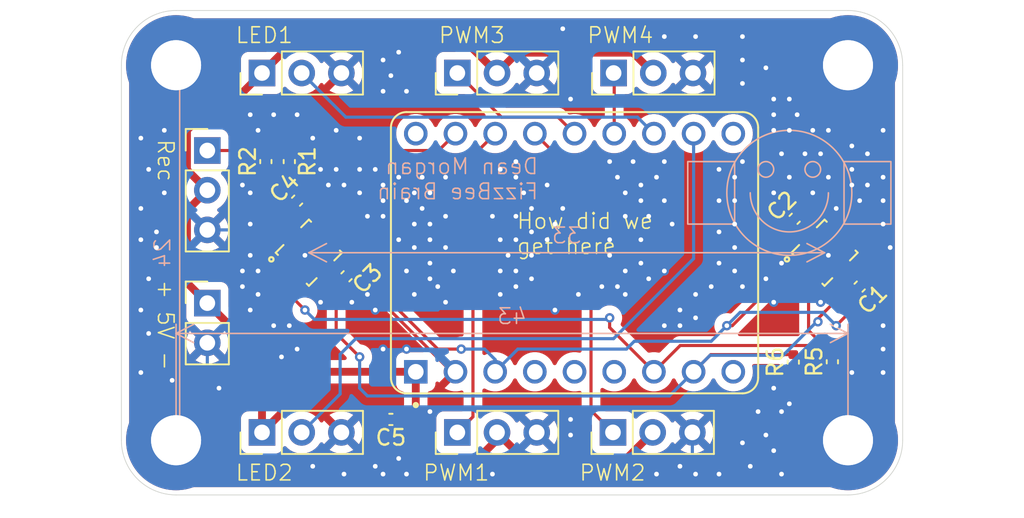
<source format=kicad_pcb>
(kicad_pcb (version 20241229) (generator "pcbnew") (generator_version "9.0")
  (layers (0 "F.Cu" signal) (2 "B.Cu" signal) (13 "F.Paste" user) (15 "B.Paste" user) (5 "F.SilkS" user "F.Silkscreen") (7 "B.SilkS" user "B.Silkscreen") (1 "F.Mask" user) (3 "B.Mask" user) (25 "Edge.Cuts" user))
  (net 0 "")
  (net 1 "GND")
  (net 2 "+3V3")
  (net 3 "SCL")
  (net 4 "SDA")
  (net 5 "PWM4")
  (net 7 "PWM3")
  (net 8 "PWM2")
  (net 11 "+5V")
  (net 13 "reciver")
  (net 14 "PWM1")
  (net 15 "LED1")
  (net 17 "LED2")
  (net 27 "reciverIn")
  (footprint "Capacitor_SMD:C_0402_1005Metric" (layer "F.Cu") (at 127.5 91.5 45)
    (property "Reference" "C4")
    (property "Value" "100nF")
  )
  (footprint "" (layer "F.Cu") (at 162.753446 82.83234)
    (property "Reference" "")
    (property "Value" "")
  )
  (footprint "MountingHole:MountingHole_3.2mm_M3" (layer "F.Cu") (at 119.753446 82.83234)
    (property "Reference" "REF**" (hide yes))
    (property "Value" "MountingHole_3.2mm_M3")
  )
  (footprint "" (layer "F.Cu") (at 162.753446 106.83234)
    (property "Reference" "")
    (property "Value" "")
  )
  (footprint "MountingHole:MountingHole_3.2mm_M3_Pad" (layer "F.Cu") (at 119.753446 82.83234)
    (property "Reference" "REF**" (hide yes))
    (property "Value" "MountingHole_3.2mm_M3_Pad")
  )
  (footprint "Connector_PinHeader_2.54mm:PinHeader_1x03_P2.54mm_Vertical" (layer "F.Cu") (at 125.253446 106.33234 90)
    (property "Reference" "J7" (hide yes))
    (property "Value" "Conn_01x03")
  )
  (footprint "Capacitor_SMD:C_0402_1005Metric" (layer "F.Cu") (at 161.753446 101.81234 90)
    (property "Reference" "R5")
    (property "Value" "10k")
  )
  (footprint "" (layer "F.Cu") (at 119.753446 106.83234)
    (property "Reference" "")
    (property "Value" "")
  )
  (footprint "Connector_PinHeader_2.54mm:PinHeader_1x03_P2.54mm_Vertical" (layer "F.Cu") (at 137.753446 83.33234 90)
    (property "Reference" "J4" (hide yes))
    (property "Value" "Conn_01x03")
  )
  (footprint "H3LIS331DL:QFN300X300X100-16N" (layer "F.Cu") (at 161.253446 94.83234 45)
    (property "Reference" "U2" (hide yes))
    (property "Value" "~")
  )
  (footprint "MountingHole:MountingHole_3.2mm_M3_Pad" (layer "F.Cu") (at 162.753446 106.83234)
    (property "Reference" "REF**" (hide yes))
    (property "Value" "MountingHole_3.2mm_M3_Pad")
  )
  (footprint "Connector_PinHeader_2.54mm:PinHeader_1x02_P2.54mm_Vertical" (layer "F.Cu") (at 121.753446 98.05734)
    (property "Reference" "J1" (hide yes))
    (property "Value" "Conn_01x02_Pin")
  )
  (footprint "Capacitor_SMD:C_0402_1005Metric" (layer "F.Cu") (at 133.5 105.5 180)
    (property "Reference" "C5")
    (property "Value" "100nF")
  )
  (footprint "Connector_PinHeader_2.54mm:PinHeader_1x03_P2.54mm_Vertical" (layer "F.Cu") (at 125.253446 83.33234 90)
    (property "Reference" "J6" (hide yes))
    (property "Value" "Conn_01x03")
  )
  (footprint "Capacitor_SMD:C_0402_1005Metric" (layer "F.Cu") (at 159.253446 101.83234 90)
    (property "Reference" "R6")
    (property "Value" "10k")
  )
  (footprint "Connector_PinHeader_2.54mm:PinHeader_1x03_P2.54mm_Vertical" (layer "F.Cu") (at 147.753446 83.33234 90)
    (property "Reference" "J5" (hide yes))
    (property "Value" "Conn_01x03")
  )
  (footprint "Connector_PinHeader_2.54mm:PinHeader_1x03_P2.54mm_Vertical" (layer "F.Cu") (at 147.713446 106.33234 90)
    (property "Reference" "J3" (hide yes))
    (property "Value" "Conn_01x03")
  )
  (footprint "H3LIS331DL:QFN300X300X100-16N" (layer "F.Cu") (at 128.253446 94.83234 45)
    (property "Reference" "U3" (hide yes))
    (property "Value" "~")
  )
  (footprint "Capacitor_SMD:C_0402_1005Metric" (layer "F.Cu") (at 130.660589 96.339411 45)
    (property "Reference" "C3")
    (property "Value" "100nF")
  )
  (footprint "MountingHole:MountingHole_3.2mm_M3_Pad" (layer "F.Cu") (at 162.753446 82.83234)
    (property "Reference" "REF**" (hide yes))
    (property "Value" "MountingHole_3.2mm_M3_Pad")
  )
  (footprint "MountingHole:MountingHole_3.2mm_M3_Pad" (layer "F.Cu") (at 119.753446 106.83234)
    (property "Reference" "REF**" (hide yes))
    (property "Value" "MountingHole_3.2mm_M3_Pad")
  )
  (footprint "Capacitor_SMD:C_0402_1005Metric" (layer "F.Cu") (at 159.339411 92.660589 45)
    (property "Reference" "C2")
    (property "Value" "100nF")
  )
  (footprint "Connector_PinHeader_2.54mm:PinHeader_1x03_P2.54mm_Vertical" (layer "F.Cu") (at 121.753446 88.29234)
    (property "Reference" "J8" (hide yes))
    (property "Value" "Conn_01x03")
  )
  (footprint "Capacitor_SMD:C_0402_1005Metric" (layer "F.Cu") (at 127 89 -90)
    (property "Reference" "R1")
    (property "Value" "2k")
  )
  (footprint "Connector_PinHeader_2.54mm:PinHeader_1x03_P2.54mm_Vertical" (layer "F.Cu") (at 137.753446 106.33234 90)
    (property "Reference" "J2" (hide yes))
    (property "Value" "Conn_01x03")
  )
  (footprint "Capacitor_SMD:C_0402_1005Metric" (layer "F.Cu") (at 125.5 89 90)
    (property "Reference" "R2")
    (property "Value" "1k")
  )
  (footprint "ESP32-S3-ZERO:MODULE_ESP32-S3-ZERO" (layer "F.Cu") (at 145.253446 94.83234 90)
    (property "Reference" "U1" (hide yes))
    (property "Value" "ESP32-S3-ZERO")
  )
  (footprint "Capacitor_SMD:C_0402_1005Metric" (layer "F.Cu") (at 163.5 97 -135)
    (property "Reference" "C1")
    (property "Value" "100nF")
  )
  (gr_circle (center 157.5 89.5) (end 157.5 89) (stroke (width 0.1)) (fill no) (layer "B.SilkS"))
  (gr_arc (start 161.5 91) (mid 159 93.5) (end 156.5 91) (stroke (width 0.1)) (layer "B.SilkS"))
  (gr_circle (center 159 91) (end 159 87) (stroke (width 0.1)) (fill no) (layer "B.SilkS"))
  (gr_rect (start 162.5 89) (end 165.5 93) (stroke (width 0.1)) (fill no) (layer "B.SilkS"))
  (gr_circle (center 160.5 89.5) (end 160.5 89) (stroke (width 0.1)) (fill no) (layer "B.SilkS"))
  (gr_rect (start 152.5 89) (end 155.5 93) (stroke (width 0.1)) (fill no) (layer "B.SilkS"))
  (gr_line (start 162.753446 110.33234) (end 119.753446 110.33234) (stroke (width 0.05)) (layer "Edge.Cuts"))
  (gr_arc (start 119.753446 110.33234) (mid 117.278572 109.307214) (end 116.253446 106.83234) (stroke (width 0.05)) (layer "Edge.Cuts"))
  (gr_line (start 119.753446 79.33234) (end 162.753446 79.33234) (stroke (width 0.05)) (layer "Edge.Cuts"))
  (gr_arc (start 162.753446 79.33234) (mid 165.22832 80.357466) (end 166.253446 82.83234) (stroke (width 0.05)) (layer "Edge.Cuts"))
  (gr_line (start 116.253446 106.83234) (end 116.253446 82.83234) (stroke (width 0.05)) (layer "Edge.Cuts"))
  (gr_line (start 166.253446 82.83234) (end 166.253446 106.83234) (stroke (width 0.05)) (layer "Edge.Cuts"))
  (gr_arc (start 116.253446 82.83234) (mid 117.278572 80.357466) (end 119.753446 79.33234) (stroke (width 0.05)) (layer "Edge.Cuts"))
  (gr_arc (start 166.253446 106.83234) (mid 165.22832 109.307214) (end 162.753446 110.33234) (stroke (width 0.05)) (layer "Edge.Cuts"))
  (gr_text "PWM2" (at 145.5 109.5 0) (layer "F.SilkS") (effects (font (size 1 1) (thickness 0.1)) (justify left bottom)))
  (gr_text "How did we \nget here" (at 141.5 95 0) (layer "F.SilkS") (effects (font (size 1 1) (thickness 0.1)) (justify left bottom)))
  (gr_text "+ 5V -" (at 118.5 96.5 270) (layer "F.SilkS") (effects (font (size 1 1) (thickness 0.1)) (justify left bottom)))
  (gr_text "LED1" (at 123.5 81.5 0) (layer "F.SilkS") (effects (font (size 1 1) (thickness 0.1)) (justify left bottom)))
  (gr_text "PWM1" (at 135.5 109.5 0) (layer "F.SilkS") (effects (font (size 1 1) (thickness 0.1)) (justify left bottom)))
  (gr_text "LED2" (at 123.5 109.5 0) (layer "F.SilkS") (effects (font (size 1 1) (thickness 0.1)) (justify left bottom)))
  (gr_text "PWM4" (at 146 81.5 0) (layer "F.SilkS") (effects (font (size 1 1) (thickness 0.1)) (justify left bottom)))
  (gr_text "Rec" (at 118.5 87.5 270) (layer "F.SilkS") (effects (font (size 1 1) (thickness 0.1)) (justify left bottom)))
  (gr_text "PWM3" (at 136.5 81.5 0) (layer "F.SilkS") (effects (font (size 1 1) (thickness 0.1)) (justify left bottom)))
  (gr_text "Dean Morgan\nFizzBee Brain" (at 143 91.5 0) (layer "B.SilkS") (effects (font (size 1 1) (thickness 0.1)) (justify left bottom mirror)))
  (dimension (type orthogonal) (layer "B.SilkS") (pts (xy 128.253446 94.83234) (xy 161.253446 94.83234)) (height 0) (orientation 0) (format (prefix "") (suffix "") (units 3) (units_format 0) (precision 4) (suppress_zeroes yes)) (style (thickness 0.1) (arrow_length 1.27) (text_position_mode 0) (arrow_direction outward) (extension_height 0.58642) (extension_offset 0.5) (keep_text_aligned yes)) (gr_text "33" (at 144.753446 93.73234 0) (layer "B.SilkS") (effects (font (size 1 1) (thickness 0.1)) (justify mirror))))
  (dimension (type orthogonal) (layer "B.SilkS") (pts (xy 119.7534 82.8323) (xy 119.7534 106.8323)) (height 0.230046) (orientation 1) (format (prefix "") (suffix "") (units 3) (units_format 0) (precision 4) (suppress_zeroes yes)) (style (thickness 0.1) (arrow_length 1.27) (text_position_mode 0) (arrow_direction outward) (extension_height 0.58642) (extension_offset 0.5) (keep_text_aligned yes)) (gr_text "24" (at 118.883446 94.8323 90) (layer "B.SilkS") (effects (font (size 1 1) (thickness 0.1)) (justify mirror))))
  (dimension (type orthogonal) (layer "B.SilkS") (pts (xy 162.7534 106.8323) (xy 119.7534 106.8323)) (height -6.8323) (orientation 0) (format (prefix "") (suffix "") (units 3) (units_format 0) (precision 4) (suppress_zeroes yes)) (style (thickness 0.1) (arrow_length 1.27) (text_position_mode 0) (arrow_direction outward) (extension_height 0.58642) (extension_offset 0.5) (keep_text_aligned yes)) (gr_text "43" (at 141.2534 98.9 0) (layer "B.SilkS") (effects (font (size 1 1) (thickness 0.1)) (justify mirror))))
  (segment (start 137.633446 102.45234) (end 136 104.085786) (width 0.2) (layer "F.Cu") (net 1))
  (segment (start 133 84.5) (end 133 86.5) (width 0.2) (layer "F.Cu") (net 1))
  (segment (start 162 92.671572) (end 161.585786 93.085786) (width 0.2) (layer "F.Cu") (net 1))
  (segment (start 127.921106 96.921106) (end 129 98) (width 0.2) (layer "F.Cu") (net 1))
  (segment (start 163.792892 93) (end 165 93) (width 0.2) (layer "F.Cu") (net 1))
  (segment (start 160.921106 97.921106) (end 161 98) (width 0.2) (layer "F.Cu") (net 1))
  (segment (start 127.921106 96.578894) (end 127.921106 96.921106) (width 0.2) (layer "F.Cu") (net 1))
  (segment (start 159 93) (end 159 93.286) (width 0.2) (layer "F.Cu") (net 1))
  (segment (start 128 95) (end 128.5 94.5) (width 0.2) (layer "F.Cu") (net 1))
  (segment (start 133.4329 98.5) (end 132.5 98.5) (width 0.2) (layer "F.Cu") (net 1))
  (segment (start 162.646446 94.146446) (end 163.792892 93) (width 0.2) (layer "F.Cu") (net 1))
  (segment (start 159.853554 94.146446) (end 158.5 95.5) (width 0.2) (layer "F.Cu") (net 1))
  (segment (start 128.5 94.5) (end 128.5 93.87868) (width 0.2) (layer "F.Cu") (net 1))
  (segment (start 136 104.085786) (end 136 105) (width 0.2) (layer "F.Cu") (net 1))
  (segment (start 133 86.5) (end 132.5 87) (width 0.2) (layer "F.Cu") (net 1))
  (segment (start 161.93934 93.43934) (end 161.585786 93.085786) (width 0.2) (layer "F.Cu") (net 1))
  (segment (start 163.839411 96.114035) (end 165.453446 94.5) (width 0.2) (layer "F.Cu") (net 1))
  (segment (start 160.921106 96.578894) (end 160.921106 97.921106) (width 0.2) (layer "F.Cu") (net 1))
  (segment (start 127.714 95) (end 126.860446 94.146446) (width 0.2) (layer "F.Cu") (net 1))
  (segment (start 129.292893 95.871787) (end 128.421106 95) (width 0.2) (layer "F.Cu") (net 1))
  (segment (start 128.5 93.87868) (end 128.93934 93.43934) (width 0.2) (layer "F.Cu") (net 1))
  (segment (start 137.633446 102.45234) (end 137.38524 102.45234) (width 0.2) (layer "F.Cu") (net 1))
  (segment (start 128.253446 96.253446) (end 128.204745 96.204745) (width 0.2) (layer "F.Cu") (net 1))
  (segment (start 127.921106 96.578894) (end 128.112025 96.578894) (width 0.2) (layer "F.Cu") (net 1))
  (segment (start 128.421106 95) (end 128 95) (width 0.2) (layer "F.Cu") (net 1))
  (segment (start 128 95) (end 127.714 95) (width 0.2) (layer "F.Cu") (net 1))
  (segment (start 129.646446 94.146446) (end 128.792892 95) (width 0.2) (layer "F.Cu") (net 1))
  (segment (start 128.112025 96.578894) (end 128.253446 96.437473) (width 0.2) (layer "F.Cu") (net 1))
  (segment (start 132 87) (end 131.5 87.5) (width 0.2) (layer "F.Cu") (net 1))
  (segment (start 129.275696 93.102984) (end 128.93934 93.43934) (width 0.2) (layer "F.Cu") (net 1))
  (segment (start 131 94.487422) (end 129.615562 93.102984) (width 0.2) (layer "F.Cu") (net 1))
  (segment (start 163.839411 96.660589) (end 163.839411 96.114035) (width 0.2) (layer "F.Cu") (net 1))
  (segment (start 131 96) (end 131 94.487422) (width 0.2) (layer "F.Cu") (net 1))
  (segment (start 137.38524 102.45234) (end 133.4329 98.5) (width 0.2) (layer "F.Cu") (net 1))
  (segment (start 159 93.286) (end 159.860446 94.146446) (width 0.2) (layer "F.Cu") (net 1))
  (segment (start 128.93934 93.43934) (end 128.585786 93.085786) (width 0.2) (layer "F.Cu") (net 1))
  (segment (start 159.860446 94.146446) (end 159.853554 94.146446) (width 0.2) (layer "F.Cu") (net 1))
  (segment (start 128.253446 96.437473) (end 128.253446 96.253446) (width 0.2) (layer "F.Cu") (net 1))
  (segment (start 129.615562 93.102984) (end 129.275696 93.102984) (width 0.2) (layer "F.Cu") (net 1))
  (segment (start 162 92) (end 162 92.671572) (width 0.2) (layer "F.Cu") (net 1))
  (segment (start 128.792892 95) (end 128 95) (width 0.2) (layer "F.Cu") (net 1))
  (segment (start 132.5 87) (end 132 87) (width 0.2) (layer "F.Cu") (net 1))
  (via (at 163 89.5) (size 0.6) (drill 0.3) (layers "F.Cu" "B.Cu") (net 1))
  (via (at 158.5 109) (size 0.6) (drill 0.3) (layers "F.Cu" "B.Cu") (net 1))
  (via (at 134.5 101) (size 0.6) (drill 0.3) (layers "F.Cu" "B.Cu") (net 1))
  (via (at 131.5 89.5) (size 0.6) (drill 0.3) (layers "F.Cu" "B.Cu") (net 1))
  (via (at 137 98) (size 0.6) (drill 0.3) (layers "F.Cu" "B.Cu") (net 1))
  (via (at 148.5 91) (size 0.6) (drill 0.3) (layers "F.Cu" "B.Cu") (net 1))
  (via (at 156.5 108.5) (size 0.6) (drill 0.3) (layers "F.Cu" "B.Cu") (net 1))
  (via (at 158.5 105) (size 0.6) (drill 0.3) (layers "F.Cu" "B.Cu") (net 1))
  (via (at 126.5 101.5) (size 0.6) (drill 0.3) (layers "F.Cu" "B.Cu") (net 1))
  (via (at 157 105) (size 0.6) (drill 0.3) (layers "F.Cu" "B.Cu") (net 1))
  (via (at 118 96.5) (size 0.6) (drill 0.3) (layers "F.Cu" "B.Cu") (net 1))
  (via (at 156 107) (size 0.6) (drill 0.3) (layers "F.Cu" "B.Cu") (net 1))
  (via (at 125 97.5) (size 0.6) (drill 0.3) (layers "F.Cu" "B.Cu") (net 1))
  (via (at 160.5 91) (size 0.6) (drill 0.3) (layers "F.Cu" "B.Cu") (net 1))
  (via (at 144.5 92) (size 0.6) (drill 0.3) (layers "F.Cu" "B.Cu") (net 1))
  (via (at 147.5 95) (size 0.6) (drill 0.3) (layers "F.Cu" "B.Cu") (net 1))
  (via (at 133.5 83.5) (size 0.6) (drill 0.3) (layers "F.Cu" "B.Cu") (net 1))
  (via (at 127.5 86) (size 0.6) (drill 0.3) (layers "F.Cu" "B.Cu") (net 1))
  (via (at 147 97) (size 0.6) (drill 0.3) (layers "F.Cu" "B.Cu") (net 1))
  (via (at 159 104.5) (size 0.6) (drill 0.3) (layers "F.Cu" "B.Cu") (net 1))
  (via (at 141.5 89) (size 0.6) (drill 0.3) (layers "F.Cu" "B.Cu") (net 1))
  (via (at 142.5 93.5) (size 0.6) (drill 0.3) (layers "F.Cu" "B.Cu") (net 1))
  (via (at 165.453446 94.5) (size 0.6) (drill 0.3) (layers "F.Cu" "B.Cu") (net 1))
  (via (at 140.5 94) (size 0.6) (drill 0.3) (layers "F.Cu" "B.Cu") (net 1))
  (via (at 153 109) (size 0.6) (drill 0.3) (layers "F.Cu" "B.Cu") (net 1))
  (via (at 129 98) (size 0.6) (drill 0.3) (layers "F.Cu" "B.Cu") (net 1))
  (via (at 142.5 92) (size 0.6) (drill 0.3) (layers "F.Cu" "B.Cu") (net 1))
  (via (at 134.5 109) (size 0.6) (drill 0.3) (layers "F.Cu" "B.Cu") (net 1))
  (via (at 158 86) (size 0.6) (drill 0.3) (layers "F.Cu" "B.Cu") (net 1))
  (via (at 134 90) (size 0.6) (drill 0.3) (layers "F.Cu" "B.Cu") (net 1))
  (via (at 163.5 91.5) (size 0.6) (drill 0.3) (layers "F.Cu" "B.Cu") (net 1))
  (via (at 144 98.5) (size 0.6) (drill 0.3) (layers "F.Cu" "B.Cu") (net 1))
  (via (at 160.5 87) (size 0.6) (drill 0.3) (layers "F.Cu" "B.Cu") (net 1))
  (via (at 141.5 97) (size 0.6) (drill 0.3) (layers "F.Cu" "B.Cu") (net 1))
  (via (at 152 99.5) (size 0.6) (drill 0.3) (layers "F.Cu" "B.Cu") (net 1))
  (via (at 158 103.5) (size 0.6) (drill 0.3) (layers "F.Cu" "B.Cu") (net 1))
  (via (at 134.5 84.5) (size 0.6) (drill 0.3) (layers "F.Cu" "B.Cu") (net 1))
  (via (at 150 96.5) (size 0.6) (drill 0.3) (layers "F.Cu" "B.Cu") (net 1))
  (via (at 134 94) (size 0.6) (drill 0.3) (layers "F.Cu" "B.Cu") (net 1))
  (via (at 125 87) (size 0.6) (drill 0.3) (layers "F.Cu" "B.Cu") (net 1))
  (via (at 151 96) (size 0.6) (drill 0.3) (layers "F.Cu" "B.Cu") (net 1))
  (via (at 135 94.5) (size 0.6) (drill 0.3) (layers "F.Cu" "B.Cu") (net 1))
  (via (at 129 89.5) (size 0.6) (drill 0.3) (layers "F.Cu" "B.Cu") (net 1))
  (via (at 165 91.5) (size 0.6) (drill 0.3) (layers "F.Cu" "B.Cu") (net 1))
  (via (at 153 97.5) (size 0.6) (drill 0.3) (layers "F.Cu" "B.Cu") (net 1))
  (via (at 161.5 87) (size 0.6) (drill 0.3) (layers "F.Cu" "B.Cu") (net 1))
  (via (at 124.5 91) (size 0.6) (drill 0.3) (layers "F.Cu" "B.Cu") (net 1))
  (via (at 160 88.5) (size 0.6) (drill 0.3) (layers "F.Cu" "B.Cu") (net 1))
  (via (at 155.5 93) (size 0.6) (drill 0.3) (layers "F.Cu" "B.Cu") (net 1))
  (via (at 155.5 96) (size 0.6) (drill 0.3) (layers "F.Cu" "B.Cu") (net 1))
  (via (at 140.5 89.5) (size 0.6) (drill 0.3) (layers "F.Cu" "B.Cu") (net 1))
  (via (at 163 102.5) (size 0.6) (drill 0.3) (layers "F.Cu" "B.Cu") (net 1))
  (via (at 136 93) (size 0.6) (drill 0.3) (layers "F.Cu" "B.Cu") (net 1))
  (via (at 141.5 96) (size 0.6) (drill 0.3) (layers "F.Cu" "B.Cu") (net 1))
  (via (at 151 99.5) (size 0.6) (drill 0.3) (layers "F.Cu" "B.Cu") (net 1))
  (via (at 130 87) (size 0.6) (drill 0.3) (layers "F.Cu" "B.Cu") (net 1))
  (via (at 158.5 95.5) (size 0.6) (drill 0.3) (layers "F.Cu" "B.Cu") (net 1))
  (via (at 154 97) (size 0.6) (drill 0.3) (layers "F.Cu" "B.Cu") (net 1))
  (via (at 140 109) (size 0.6) (drill 0.3) (layers "F.Cu" "B.Cu") (net 1))
  (via (at 134.5 91.5) (size 0.6) (drill 0.3) (layers "F.Cu" "B.Cu") (net 1))
  (via (at 156 82.5) (size 0.6) (drill 0.3) (layers "F.Cu" "B.Cu") (net 1))
  (via (at 164 90.5) (size 0.6) (drill 0.3) (layers "F.Cu" "B.Cu") (net 1))
  (via (at 153 99) (size 0.6) (drill 0.3) (layers "F.Cu" "B.Cu") (net 1))
  (via (at 163 88) (size 0.6) (drill 0.3) (layers "F.Cu" "B.Cu") (net 1))
  (via (at 133 82.5) (size 0.6) (drill 0.3) (layers "F.Cu" "B.Cu") (net 1))
  (via (at 134 108) (size 0.6) (drill 0.3) (layers "F.Cu" "B.Cu") (net 1))
  (via (at 155.5 91.5) (size 0.6) (drill 0.3) (layers "F.Cu" "B.Cu") (net 1))
  (via (at 118 89.5) (size 0.6) (drill 0.3) (layers "F.Cu" "B.Cu") (net 1))
  (via (at 129.5 90.5) (size 0.6) (drill 0.3) (layers "F.Cu" "B.Cu") (net 1))
  (via (at 137 94.5) (size 0.6) (drill 0.3) (layers "F.Cu" "B.Cu") (net 1))
  (via (at 136 91) (size 0.6) (drill 0.3) (layers "F.Cu" "B.Cu") (net 1))
  (via (at 156 89) (size 0.6) (drill 0.3) (layers "F.Cu" "B.Cu") (net 1))
  (via (at 136 94) (size 0.6) (drill 0.3) (layers "F.Cu" "B.Cu") (net 1))
  (via (at 119 87) (size 0.6) (drill 0.3) (layers "F.Cu" "B.Cu") (net 1))
  (via (at 150.5 90) (size 0.6) (drill 0.3) (layers "F.Cu" "B.Cu") (net 1))
  (via (at 117.5 102.5) (size 0.6) (drill 0.3) (layers "F.Cu" "B.Cu") (net 1))
  (via (at 132.5 98.5) (size 0.6) (drill 0.3) (layers "F.Cu" "B.Cu") (net 1))
  (via (at 140.5 97.5) (size 0.6) (drill 0.3) (layers "F.Cu" "B.Cu") (net 1))
  (via (at 142 91) (size 0.6) (drill 0.3) (layers "F.Cu" "B.Cu") (net 1))
  (via (at 158 85) (size 0.6) (drill 0.3) (layers "F.Cu" "B.Cu") (net 1))
  (via (at 154.5 95.5) (size 0.6) (drill 0.3) (layers "F.Cu" "B.Cu") (net 1))
  (via (at 131.5 91) (size 0.6) (drill 0.3) (layers "F.Cu" "B.Cu") (net 1))
  (via (at 158.5 88.5) (size 0.6) (drill 0.3) (layers "F.Cu" "B.Cu") (net 1))
  (via (at 161 98) (size 0.6) (drill 0.3) (layers "F.Cu" "B.Cu") (net 1))
  (via (at 165 90) (size 0.6) (drill 0.3) (layers "F.Cu" "B.Cu") (net 1))
  (via (at 161 88.5) (size 0.6) (drill 0.3) (layers "F.Cu" "B.Cu") (net 1))
  (via (at 154.5 93.5) (size 0.6) (drill 0.3) (layers "F.Cu" "B.Cu") (net 1))
  (via (at 165 99.5) (size 0.6) (drill 0.3) (layers "F.Cu" "B.Cu") (net 1))
  (via (at 154.5 91.5) (size 0.6) (drill 0.3) (layers "F.Cu" "B.Cu") (net 1))
  (via (at 159 90) (size 0.6) (drill 0.3) (layers "F.Cu" "B.Cu") (net 1))
  (via (at 128.5 108.5) (size 0.6) (drill 0.3) (layers "F.Cu" "B.Cu") (net 1))
  (via (at 152 98.5) (size 0.6) (drill 0.3) (layers "F.Cu" "B.Cu") (net 1))
  (via (at 136 96.5) (size 0.6) (drill 0.3) (layers "F.Cu" "B.Cu") (net 1))
  (via (at 118.5 93.5) (size 0.6) (drill 0.3) (layers "F.Cu" "B.Cu") (net 1))
  (via (at 149.5 91.5) (size 0.6) (drill 0.3) (layers "F.Cu" "B.Cu") (net 1))
  (via (at 158 87) (size 0.6) (drill 0.3) (layers "F.Cu" "B.Cu") (net 1))
  (via (at 133 90.5) (size 0.6) (drill 0.3) (layers "F.Cu" "B.Cu") (net 1))
  (via (at 119 91) (size 0.6) (drill 0.3) (layers "F.Cu" "B.Cu") (net 1))
  (via (at 152 108.5) (size 0.6) (drill 0.3) (layers "F.Cu" "B.Cu") (net 1))
  (via (at 133 109) (size 0.6) (drill 0.3) (layers "F.Cu" "B.Cu") (net 1))
  (via (at 117.5 87.5) (size 0.6) (drill 0.3) (layers "F.Cu" "B.Cu") (net 1))
  (via (at 136.5 97) (size 0.6) (drill 0.3) (layers "F.Cu" "B.Cu") (net 1))
  (via (at 125 96) (size 0.6) (drill 0.3) (layers "F.Cu" "B.Cu") (net 1))
  (via (at 150.5 109) (size 0.6) (drill 0.3) (layers "F.Cu" "B.Cu") (net 1))
  (via (at 135.5 92) (size 0.6) (drill 0.3) (layers "F.Cu" "B.Cu") (net 1))
  (via (at 132 97.5) (size 0.6) (drill 0.3) (layers "F.Cu" "B.Cu") (net 1))
  (via (at 165 93) (size 0.6) (drill 0.3) (layers "F.Cu" "B.Cu") (net 1))
  (via (at 141.5 94) (size 0.6) (drill 0.3) (layers "F.Cu" "B.Cu") (net 1))
  (via (at 157.5 106.5) (size 0.6) (drill 0.3) (layers "F.Cu" "B.Cu") (net 1))
  (via (at 151.5 93) (size 0.6) (drill 0.3) (layers "F.Cu" "B.Cu") (net 1))
  (via (at 141 95) (size 0.6) (drill 0.3) (layers "F.Cu" "B.Cu") (net 1))
  (via (at 161.5 90) (size 0.6) (drill 0.3) (layers "F.Cu" "B.Cu") (net 1))
  (via (at 151 91.5) (size 0.6) (drill 0.3) (layers "F.Cu" "B.Cu") (net 1))
  (via (at 145 85) (size 0.6) (drill 0.3) (layers "F.Cu" "B.Cu") (net 1))
  (via (at 154.5 109) (size 0.6) (drill 0.3) (layers "F.Cu" "B.Cu") (net 1))
  (via (at 149 89) (size 0.6) (drill 0.3) (layers "F.Cu" "B.Cu") (net 1))
  (via (at 142.5 96.5) (size 0.6) (drill 0.3) (layers "F.Cu" "B.Cu") (net 1))
  (via (at 127.5 101) (size 0.6) (drill 0.3) (layers "F.Cu" "B.Cu") (net 1))
  (via (at 132.5 108.5) (size 0.6) (drill 0.3) (layers "F.Cu" "B.Cu") (net 1))
  (via (at 165 102.5) (size 0.6) (drill 0.3) (layers "F.Cu" "B.Cu") (net 1))
  (via (at 149.5 95.5) (size 0.6) (drill 0.3) (layers "F.Cu" "B.Cu") (net 1))
  (via (at 144 93) (size 0.6) (drill 0.3) (layers "F.Cu" "B.Cu") (net 1))
  (via (at 117.5 98.5) (size 0.6) (drill 0.3) (layers "F.Cu" "B.Cu") (net 1))
  (via (at 159 87) (size 0.6) (drill 0.3) (layers "F.Cu" "B.Cu") (net 1))
  (via (at 156 84) (size 0.6) (drill 0.3) (layers "F.Cu" "B.Cu") (net 1))
  (via (at 135 91) (size 0.6) (drill 0.3) (layers "F.Cu" "B.Cu") (net 1))
  (via (at 149.5 90.5) (size 0.6) (drill 0.3) (layers "F.Cu" "B.Cu") (net 1))
  (via (at 126 99.5) (size 0.6) (drill 0.3) (layers "F.Cu" "B.Cu") (net 1))
  (via (at 127 99.5) (size 0.6) (drill 0.3) (layers "F.Cu" "B.Cu") (net 1))
  (via (at 143.5 90.5) (size 0.6) (drill 0.3) (layers "F.Cu" "B.Cu") (net 1))
  (via (at 135.5 90) (size 0.6) (drill 0.3) (layers "F.Cu" "B.Cu") (net 1))
  (via (at 124.5 93) (size 0.6) (drill 0.3) (layers "F.Cu" "B.Cu") (net 1))
  (via (at 133 84.5) (size 0.6) (drill 0.3) (layers "F.Cu" "B.Cu") (net 1))
  (via (at 154.5 89.5) (size 0.6) (drill 0.3) (layers "F.Cu" "B.Cu") (net 1))
  (via (at 133 92.5) (size 0.6) (drill 0.3) (layers "F.Cu" "B.Cu") (net 1))
  (via (at 148.5 97.5) (size 0.6) (drill 0.3) (layers "F.Cu" "B.Cu") (net 1))
  (via (at 158 107.5) (size 0.6) (drill 0.3) (layers "F.Cu" "B.Cu") (net 1))
  (via (at 124 97) (size 0.6) (drill 0.3) (layers "F.Cu" "B.Cu") (net 1))
  (via (at 147.5 89) (size 0.6) (drill 0.3) (layers "F.Cu" "B.Cu") (net 1))
  (via (at 136 105) (size 0.6) (drill 0.3) (layers "F.Cu" "B.Cu") (net 1))
  (via (at 163 90.5) (size 0.6) (drill 0.3) (layers "F.Cu" "B.Cu") (net 1))
  (via (at 162 92) (size 0.6) (drill 0.3) (layers "F.Cu" "B.Cu") (net 1))
  (via (at 130.5 109) (size 0.6) (drill 0.3) (layers "F.Cu" "B.Cu") (net 1))
  (via (at 141.5 90) (size 0.6) (drill 0.3) (layers "F.Cu" "B.Cu") (net 1))
  (via (at 131 98) (size 0.6) (drill 0.3) (layers "F.Cu" "B.Cu") (net 1))
  (via (at 148 90) (size 0.6) (drill 0.3) (layers "F.Cu" "B.Cu") (net 1))
  (via (at 128 95) (size 0.6) (drill 0.3) (layers "F.Cu" "B.Cu") (net 1))
  (via (at 137 90) (size 0.6) (drill 0.3) (layers "F.Cu" "B.Cu") (net 1))
  (via (at 128.5 87.5) (size 0.6) (drill 0.3) (layers "F.Cu" "B.Cu") (net 1))
  (via (at 124 96) (size 0.6) (drill 0.3) (layers "F.Cu" "B.Cu") (net 1))
  (via (at 131.5 87.5) (size 0.6) (drill 0.3) (layers "F.Cu" "B.Cu") (net 1))
  (via (at 134.5 96) (size 0.6) (drill 0.3) (layers "F.Cu" "B.Cu") (net 1))
  (via (at 157.5 83) (size 0.6) (drill 0.3) (layers "F.Cu" "B.Cu") (net 1))
  (via (at 143.5 94) (size 0.6) (drill 0.3) (layers "F.Cu" "B.Cu") (net 1))
  (via (at 117.5 94) (size 0.6) (drill 0.3) (layers "F.Cu" "B.Cu") (net 1))
  (via (at 159.5 86) (size 0.6) (drill 0.3) (layers "F.Cu" "B.Cu") (net 1))
  (via (at 124 90.5) (size 0.6) (drill 0.3) (layers "F.Cu" "B.Cu") (net 1))
  (via (at 145 105.5) (size 0.6) (drill 0.3) (layers "F.Cu" "B.Cu") (net 1))
  (via (at 132 92.5) (size 0.6) (drill 0.3) (layers "F.Cu" "B.Cu") (net 1))
  (via (at 135 93) (size 0.6) (drill 0.3) (layers "F.Cu" "B.Cu") (net 1))
  (via (at 133 101) (size 0.6) (drill 0.3) (layers "F.Cu" "B.Cu") (net 1))
  (via (at 133 91.5) (size 0.6) (drill 0.3) (layers "F.Cu" "B.Cu") (net 1))
  (via (at 144.5 80.5) (size 0.6) (drill 0.3) (layers "F.Cu" "B.Cu") (net 1))
  (via (at 159 85) (size 0.6) (drill 0.3) (layers "F.Cu" "B.Cu") (net 1))
  (via (at 118 100) (size 0.6) (drill 0.3) (layers "F.Cu" "B.Cu") (net 1))
  (via (at 140.5 96) (size 0.6) (drill 0.3) (layers "F.Cu" "B.Cu") (net 1))
  (via (at 151 89) (size 0.6) (drill 0.3) (layers "F.Cu" "B.Cu") (net 1))
  (via (at 158 98) (size 0.6) (drill 0.3) (layers "F.Cu" "B.Cu") (net 1))
  (via (at 145.5 97.5) (size 0.6) (drill 0.3) (layers "F.Cu" "B.Cu") (net 1))
  (via (at 140 92.5) (size 0.6) (drill 0.3) (layers "F.Cu" "B.Cu") (net 1))
  (via (at 137.5 96) (size 0.6) (drill 0.3) (layers "F.Cu" "B.Cu") (net 1))
  (via (at 149.5 94) (size 0.6) (drill 0.3) (layers "F.Cu" "B.Cu") (net 1))
  (via (at 150 92.5) (size 0.6) (drill 0.3) (layers "F.Cu" "B.Cu") (net 1))
  (via (at 156 97) (size 0.6) (drill 0.3) (layers "F.Cu" "B.Cu") (net 1))
  (via (at 158 91) (size 0.6) (drill 0.3) (layers "F.Cu" "B.Cu") (net 1))
  (via (at 118.5 94.5) (size 0.6) (drill 0.3) (layers "F.Cu" "B.Cu") (net 1))
  (via (at 161.5 95) (size 0.6) (drill 0.3) (layers "F.Cu" "B.Cu") (net 1))
  (via (at 130 89.5) (size 0.6) (drill 0.3) (layers "F.Cu" "B.Cu") (net 1))
  (via (at 165 101) (size 0.6) (drill 0.3) (layers "F.Cu" "B.Cu") (net 1))
  (via (at 155.5 94.5) (size 0.6) (drill 0.3) (layers "F.Cu" "B.Cu") (net 1))
  (via (at 122.5 103.5) (size 0.6) (drill 0.3) (layers "F.Cu" "B.Cu") (net 1))
  (via (at 134 82) (size 0.6) (drill 0.3) (layers "F.Cu" "B.Cu") (net 1))
  (via (at 137 92.5) (size 0.6) (drill 0.3) (layers "F.Cu" "B.Cu") (net 1))
  (via (at 145 106.5) (size 0.6) (drill 0.3) (layers "F.Cu" "B.Cu") (net 1))
  (via (at 124.5 86) (size 0.6) (drill 0.3) (layers "F.Cu" "B.Cu") (net 1))
  (via (at 141.5 92.5) (size 0.6) (drill 0.3) (layers "F.Cu" "B.Cu") (net 1))
  (via (at 130.5 90.5) (size 0.6) (drill 0.3) (layers "F.Cu" "B.Cu") (net 1))
  (via (at 157.5 96.5) (size 0.6) (drill 0.3) (layers "F.Cu" "B.Cu") (net 1))
  (via (at 155.5 90) (size 0.6) (drill 0.3) (layers "F.Cu" "B.Cu") (net 1))
  (via (at 147.5 94) (size 0.6) (drill 0.3) (layers "F.Cu" "B.Cu") (net 1))
  (via (at 135 97.5) (size 0.6) (drill 0.3) (layers "F.Cu" "B.Cu") (net 1))
  (via (at 142.5 95) (size 0.6) (drill 0.3) (layers "F.Cu" "B.Cu") (net 1))
  (via (at 119.5 103) (size 0.6) (drill 0.3) (layers "F.Cu" "B.Cu") (net 1))
  (via (at 124.5 98.5) (size 0.6) (drill 0.3) (layers "F.Cu" "B.Cu") (net 1))
  (via (at 148.5 96) (size 0.6) (drill 0.3) (layers "F.Cu" "B.Cu") (net 1))
  (via (at 151 81) (size 0.6) (drill 0.3) (layers "F.Cu" "B.Cu") (net 1))
  (via (at 126 86) (size 0.6) (drill 0.3) (layers "F.Cu" "B.Cu") (net 1))
  (via (at 153 81) (size 0.6) (drill 0.3) (layers "F.Cu" "B.Cu") (net 1))
  (via (at 136 95.5) (size 0.6) (drill 0.3) (layers "F.Cu" "B.Cu") (net 1))
  (via (at 148.5 92.5) (size 0.6) (drill 0.3) (layers "F.Cu" "B.Cu") (net 1))
  (via (at 132.5 89.5) (size 0.6) (drill 0.3) (layers "F.Cu" "B.Cu") (net 1))
  (via (at 156 81) (size 0.6) (drill 0.3) (layers "F.Cu" "B.Cu") (net 1))
  (via (at 164 88.5) (size 0.6) (drill 0.3) (layers "F.Cu" "B.Cu") (net 1))
  (via (at 165 87) (size 0.6) (drill 0.3) (layers "F.Cu" "B.Cu") (net 1))
  (via (at 117.5 92) (size 0.6) (drill 0.3) (layers "F.Cu" "B.Cu") (net 1))
  (via (at 148 97) (size 0.6) (drill 0.3) (layers "F.Cu" "B.Cu") (net 1))
  (via (at 124.5 95) (size 0.6) (drill 0.3) (layers "F.Cu" "B.Cu") (net 1))
  (segment (start 150.5 109) (end 140 109) (width 0.2) (layer "B.Cu") (net 1))
  (segment (start 152.793446 107.706554) (end 152 108.5) (width 0.2) (layer "B.Cu") (net 1))
  (segment (start 140.165786 109) (end 140 109) (width 0.2) (layer "B.Cu") (net 1))
  (segment (start 121.753446 100.59734) (end 121.753446 102.753446) (width 0.2) (layer "B.Cu") (net 1))
  (segment (start 139.5 109.5) (end 135 109.5) (width 0.2) (layer "B.Cu") (net 1))
  (segment (start 154.625786 104.5) (end 152.793446 106.33234) (width 0.2) (layer "B.Cu") (net 1))
  (segment (start 135 109.5) (end 134.5 109) (width 0.2) (layer "B.Cu") (net 1))
  (segment (start 124.12766 93.37234) (end 124.5 93) (width 0.2) (layer "B.Cu") (net 1))
  (segment (start 152.793446 106.33234) (end 152.793446 107.706554) (width 0.2) (layer "B.Cu") (net 1))
  (segment (start 159 104.5) (end 154.625786 104.5) (width 0.2) (layer "B.Cu") (net 1))
  (segment (start 136.5 98.5) (end 137 98) (width 0.2) (layer "B.Cu") (net 1))
  (segment (start 132.5 98.5) (end 136.5 98.5) (width 0.2) (layer "B.Cu") (net 1))
  (segment (start 140 109) (end 139.5 109.5) (width 0.2) (layer "B.Cu") (net 1))
  (segment (start 121.753446 93.37234) (end 124.12766 93.37234) (width 0.2) (layer "B.Cu") (net 1))
  (segment (start 131.5 87.5) (end 131.5 89.5) (width 0.2) (layer "B.Cu") (net 1))
  (segment (start 131.501106 84.5) (end 133 84.5) (width 0.2) (layer "B.Cu") (net 1))
  (segment (start 121.753446 102.753446) (end 122.5 103.5) (width 0.2) (layer "B.Cu") (net 1))
  (segment (start 142.833446 106.33234) (end 140.165786 109) (width 0.2) (layer "B.Cu") (net 1))
  (segment (start 130.333446 83.33234) (end 131.501106 84.5) (width 0.2) (layer "B.Cu") (net 1))
  (segment (start 136.181106 101) (end 134.5 101) (width 0.2) (layer "B.Cu") (net 1))
  (segment (start 137.633446 102.45234) (end 136.181106 101) (width 0.2) (layer "B.Cu") (net 1))
  (segment (start 130.321178 96.678822) (end 132.178822 96.678822) (width 0.2) (layer "F.Cu") (net 2))
  (segment (start 160.567552 93.43934) (end 160.213999 93.792893) (width 0.2) (layer "F.Cu") (net 2))
  (segment (start 158.251057 96.101) (end 158.251057 96.598886) (width 0.2) (layer "F.Cu") (net 2))
  (segment (start 158.814736 92.321178) (end 159.678822 92.321178) (width 0.2) (layer "F.Cu") (net 2))
  (segment (start 127.567552 93.43934) (end 127.213999 93.792893) (width 0.2) (layer "F.Cu") (net 2))
  (segment (start 129.339411 91.839411) (end 127.160589 91.839411) (width 0.2) (layer "F.Cu") (net 2))
  (segment (start 159.101 95.748943) (end 158.748943 96.101) (width 0.2) (layer "F.Cu") (net 2))
  (segment (start 127.213999 93.792893) (end 126.877643 93.456537) (width 0.2) (layer "F.Cu") (net 2))
  (segment (start 130.321178 96.192966) (end 129.646446 95.518234) (width 0.2) (layer "F.Cu") (net 2))
  (segment (start 163.160589 97.339411) (end 163.660589 97.839411) (width 0.2) (layer "F.Cu") (net 2))
  (segment (start 163.160589 97.339411) (end 163.160589 98.339411) (width 0.2) (layer "F.Cu") (net 2))
  (segment (start 132.5 95) (end 129.339411 91.839411) (width 0.2) (layer "F.Cu") (net 2))
  (segment (start 136.5 101) (end 138 101) (width 0.2) (layer "F.Cu") (net 2))
  (segment (start 127.160589 91.839411) (end 127.160589 93.032377) (width 0.2) (layer "F.Cu") (net 2))
  (segment (start 130.321178 96.678822) (end 130.321178 96.192966) (width 0.2) (layer "F.Cu") (net 2))
  (segment (start 163.160589 97.339411) (end 163.160589 96.739483) (width 0.2) (layer "F.Cu") (net 2))
  (segment (start 126.170537 94.828325) (end 126.506892 95.16468) (width 0.2) (layer "F.Cu") (net 2))
  (segment (start 132.178822 96.678822) (end 132.5 97) (width 0.2) (layer "F.Cu") (net 2))
  (segment (start 161.733446 102.31234) (end 161.753446 102.29234) (width 0.2) (layer "F.Cu") (net 2))
  (segment (start 160.567552 93.43934) (end 160.567552 93.209908) (width 0.2) (layer "F.Cu") (net 2))
  (segment (start 126.537777 93.456537) (end 126.170537 93.823777) (width 0.2) (layer "F.Cu") (net 2))
  (segment (start 163.160589 98.339411) (end 162 99.5) (width 0.2) (layer "F.Cu") (net 2))
  (segment (start 163.160589 96.739483) (end 162.292893 95.871787) (width 0.2) (layer "F.Cu") (net 2))
  (segment (start 158.748943 96.101) (end 158.251057 96.101) (width 0.2) (layer "F.Cu") (net 2))
  (segment (start 158.251057 96.101) (end 157.899 95.748943) (width 0.2) (layer "F.Cu") (net 2))
  (segment (start 159.506892 95.16468) (end 159.101 95.570572) (width 0.2) (layer "F.Cu") (net 2))
  (segment (start 132.5 97) (end 136.5 101) (width 0.2) (layer "F.Cu") (net 2))
  (segment (start 163.660589 100.385197) (end 161.753446 102.29234) (width 0.2) (layer "F.Cu") (net 2))
  (segment (start 126.877643 93.456537) (end 126.537777 93.456537) (width 0.2) (layer "F.Cu") (net 2))
  (segment (start 159.101 95.570572) (end 159.101 95.748943) (width 0.2) (layer "F.Cu") (net 2))
  (segment (start 157.899 95.748943) (end 157.899 93.236914) (width 0.2) (layer "F.Cu") (net 2))
  (segment (start 163.660589 97.839411) (end 163.660589 100.385197) (width 0.2) (layer "F.Cu") (net 2))
  (segment (start 126.170537 93.823777) (end 126.170537 94.828325) (width 0.2) (layer "F.Cu") (net 2))
  (segment (start 157.899 93.236914) (end 158.814736 92.321178) (width 0.2) (layer "F.Cu") (net 2))
  (segment (start 127.160589 93.032377) (end 127.567552 93.43934) (width 0.2) (layer "F.Cu") (net 2))
  (segment (start 155.349943 99.5) (end 155 99.5) (width 0.2) (layer "F.Cu") (net 2))
  (segment (start 158.251057 96.598886) (end 155.349943 99.5) (width 0.2) (layer "F.Cu") (net 2))
  (segment (start 132.5 97) (end 132.5 95) (width 0.2) (layer "F.Cu") (net 2))
  (segment (start 162.292893 95.871787) (end 162.646446 95.518234) (width 0.2) (layer "F.Cu") (net 2))
  (segment (start 160.567552 93.209908) (end 159.678822 92.321178) (width 0.2) (layer "F.Cu") (net 2))
  (segment (start 159.253446 102.31234) (end 161.733446 102.31234) (width 0.2) (layer "F.Cu") (net 2))
  (via (at 155 99.5) (size 0.6) (drill 0.3) (layers "F.Cu" "B.Cu") (net 2))
  (via (at 138 101) (size 0.6) (drill 0.3) (layers "F.Cu" "B.Cu") (net 2))
  (via (at 162 99.5) (size 0.6) (drill 0.3) (layers "F.Cu" "B.Cu") (net 2))
  (segment (start 149.076443 100.5) (end 148.576443 101) (width 0.2) (layer "B.Cu") (net 2))
  (segment (start 155.851 98.649) (end 155 99.5) (width 0.2) (layer "B.Cu") (net 2))
  (segment (start 139.5 101) (end 140.173446 101.673446) (width 0.2) (layer "B.Cu") (net 2))
  (segment (start 140.173446 101.673446) (end 140.173446 102.45234) (width 0.2) (layer "B.Cu") (net 2))
  (segment (start 162 99.5) (end 161.149 98.649) (width 0.2) (layer "B.Cu") (net 2))
  (segment (start 155 99.5) (end 154 100.5) (width 0.2) (layer "B.Cu") (net 2))
  (segment (start 141.625786 101) (end 140.173446 102.45234) (width 0.2) (layer "B.Cu") (net 2))
  (segment (start 148.576443 101) (end 141.625786 101) (width 0.2) (layer "B.Cu") (net 2))
  (segment (start 138 101) (end 139.5 101) (width 0.2) (layer "B.Cu") (net 2))
  (segment (start 154 100.5) (end 149.076443 100.5) (width 0.2) (layer "B.Cu") (net 2))
  (segment (start 161.149 98.649) (end 155.851 98.649) (width 0.2) (layer "B.Cu") (net 2))
  (segment (start 147.5 99.618894) (end 150.333446 102.45234) (width 0.2) (layer "F.Cu") (net 3))
  (segment (start 127.567552 96.22534) (end 127.231197 96.561695) (width 0.2) (layer "F.Cu") (net 3))
  (segment (start 150.333446 102.45234) (end 152.014446 100.77134) (width 0.2) (layer "F.Cu") (net 3))
  (segment (start 127.231197 97.731197) (end 128 98.5) (width 0.2) (layer "F.Cu") (net 3))
  (segment (start 152.014446 100.77134) (end 161.192446 100.77134) (width 0.2) (layer "F.Cu") (net 3))
  (segment (start 127.231197 96.561695) (end 127.231197 97.731197) (width 0.2) (layer "F.Cu") (net 3))
  (segment (start 160.231197 96.561695) (end 160.567552 96.22534) (width 0.2) (layer "F.Cu") (net 3))
  (segment (start 147.5 99) (end 147.5 99.618894) (width 0.2) (layer "F.Cu") (net 3))
  (segment (start 161.192446 100.77134) (end 161.753446 101.33234) (width 0.2) (layer "F.Cu") (net 3))
  (segment (start 160.231197 99.810091) (end 160.231197 96.561695) (width 0.2) (layer "F.Cu") (net 3))
  (segment (start 161.753446 101.33234) (end 160.231197 99.810091) (width 0.2) (layer "F.Cu") (net 3))
  (via (at 128 98.5) (size 0.6) (drill 0.3) (layers "F.Cu" "B.Cu") (net 3))
  (via (at 147.5 99) (size 0.6) (drill 0.3) (layers "F.Cu" "B.Cu") (net 3))
  (segment (start 128.601 99.101) (end 128 98.5) (width 0.2) (layer "B.Cu") (net 3))
  (segment (start 147.5 99) (end 147.399 99.101) (width 0.2) (layer "B.Cu") (net 3))
  (segment (start 147.399 99.101) (end 128.601 99.101) (width 0.2) (layer "B.Cu") (net 3))
  (segment (start 130 100) (end 130 97.286) (width 0.2) (layer "F.Cu") (net 4))
  (segment (start 131.5 101.5) (end 130 100) (width 0.2) (layer "F.Cu") (net 4))
  (segment (start 153.973446 101.35234) (end 159.253446 101.35234) (width 0.2) (layer "F.Cu") (net 4))
  (segment (start 130 97.286) (end 128.93934 96.22534) (width 0.2) (layer "F.Cu") (net 4))
  (segment (start 160.831197 99.047483) (end 161.93934 97.93934) (width 0.2) (layer "F.Cu") (net 4))
  (segment (start 152.873446 102.45234) (end 153.973446 101.35234) (width 0.2) (layer "F.Cu") (net 4))
  (segment (start 160.831197 99.25) (end 160.831197 99.047483) (width 0.2) (layer "F.Cu") (net 4))
  (segment (start 161.93934 97.93934) (end 161.93934 96.22534) (width 0.2) (layer "F.Cu") (net 4))
  (via (at 131.5 101.5) (size 0.6) (drill 0.3) (layers "F.Cu" "B.Cu") (net 4))
  (via (at 160.831197 99.25) (size 0.6) (drill 0.3) (layers "F.Cu" "B.Cu") (net 4))
  (segment (start 152.873446 102.45234) (end 151.325786 104) (width 0.2) (layer "B.Cu") (net 4))
  (segment (start 131.5 103.5) (end 131.5 101.5) (width 0.2) (layer "B.Cu") (net 4))
  (segment (start 160.75 99.25) (end 158.60266 101.39734) (width 0.2) (layer "B.Cu") (net 4))
  (segment (start 132 104) (end 131.5 103.5) (width 0.2) (layer "B.Cu") (net 4))
  (segment (start 153.928446 101.39734) (end 152.873446 102.45234) (width 0.2) (layer "B.Cu") (net 4))
  (segment (start 151.325786 104) (end 132 104) (width 0.2) (layer "B.Cu") (net 4))
  (segment (start 158.60266 101.39734) (end 153.928446 101.39734) (width 0.2) (layer "B.Cu") (net 4))
  (segment (start 160.831197 99.25) (end 160.75 99.25) (width 0.2) (layer "B.Cu") (net 4))
  (segment (start 147.753446 83.33234) (end 147.753446 83.83234) (width 0.2) (layer "F.Cu") (net 5))
  (segment (start 147.753446 83.83234) (end 147.793446 83.87234) (width 0.2) (layer "F.Cu") (net 5))
  (segment (start 147.793446 83.87234) (end 147.793446 87.21234) (width 0.2) (layer "F.Cu") (net 5))
  (segment (start 140.578446 86.15734) (end 144.198446 86.15734) (width 0.2) (layer "F.Cu") (net 7))
  (segment (start 137.753446 83.33234) (end 140.578446 86.15734) (width 0.2) (layer "F.Cu") (net 7))
  (segment (start 144.198446 86.15734) (end 145.253446 87.21234) (width 0.2) (layer "F.Cu") (net 7))
  (segment (start 146.308446 104.92734) (end 147.713446 106.33234) (width 0.2) (layer "F.Cu") (net 8))
  (segment (start 146.308446 90.80734) (end 146.308446 104.92734) (width 0.2) (layer "F.Cu") (net 8))
  (segment (start 142.713446 87.21234) (end 146.308446 90.80734) (width 0.2) (layer "F.Cu") (net 8))
  (segment (start 122.253446 86.33234) (end 125.253446 83.33234) (width 0.5) (layer "F.Cu") (net 11))
  (segment (start 133.98 105.5) (end 135.093446 105.5) (width 0.2) (layer "F.Cu") (net 11))
  (segment (start 148.253446 108.33234) (end 150.253446 106.33234) (width 0.5) (layer "F.Cu") (net 11))
  (segment (start 121.753446 98.05734) (end 125.253446 101.55734) (width 0.5) (layer "F.Cu") (net 11))
  (segment (start 142.293446 108.33234) (end 148.253446 108.33234) (width 0.5) (layer "F.Cu") (net 11))
  (segment (start 135.093446 105.5) (end 135.093446 107.17234) (width 0.5) (layer "F.Cu") (net 11))
  (segment (start 136.253446 108.33234) (end 138.753446 108.33234) (width 0.5) (layer "F.Cu") (net 11))
  (segment (start 120.452446 89.53134) (end 120.452446 86.99134) (width 0.5) (layer "F.Cu") (net 11))
  (segment (start 138.753446 108.33234) (end 140.293446 106.79234) (width 0.5) (layer "F.Cu") (net 11))
  (segment (start 135.093446 102.45234) (end 129.133446 102.45234) (width 0.5) (layer "F.Cu") (net 11))
  (segment (start 137.793446 80.83234) (end 140.293446 83.33234) (width 0.5) (layer "F.Cu") (net 11))
  (segment (start 140.293446 83.33234) (end 141.594446 82.03134) (width 0.5) (layer "F.Cu") (net 11))
  (segment (start 135.093446 107.17234) (end 136.253446 108.33234) (width 0.5) (layer "F.Cu") (net 11))
  (segment (start 148.992446 82.03134) (end 150.293446 83.33234) (width 0.5) (layer "F.Cu") (net 11))
  (segment (start 125.253446 83.33234) (end 127.753446 80.83234) (width 0.5) (layer "F.Cu") (net 11))
  (segment (start 120.452446 92.13334) (end 121.753446 90.83234) (width 0.5) (layer "F.Cu") (net 11))
  (segment (start 129.133446 102.45234) (end 125.253446 106.33234) (width 0.5) (layer "F.Cu") (net 11))
  (segment (start 121.753446 98.05734) (end 120.452446 96.75634) (width 0.5) (layer "F.Cu") (net 11))
  (segment (start 127.753446 80.83234) (end 137.793446 80.83234) (width 0.5) (layer "F.Cu") (net 11))
  (segment (start 125.253446 101.55734) (end 125.253446 106.33234) (width 0.5) (layer "F.Cu") (net 11))
  (segment (start 135.093446 102.45234) (end 135.093446 105.5) (width 0.5) (layer "F.Cu") (net 11))
  (segment (start 121.753446 90.83234) (end 120.452446 89.53134) (width 0.5) (layer "F.Cu") (net 11))
  (segment (start 140.293446 106.33234) (end 142.293446 108.33234) (width 0.5) (layer "F.Cu") (net 11))
  (segment (start 120.452446 86.99134) (end 121.111446 86.33234) (width 0.5) (layer "F.Cu") (net 11))
  (segment (start 120.452446 96.75634) (end 120.452446 92.13334) (width 0.5) (layer "F.Cu") (net 11))
  (segment (start 141.594446 82.03134) (end 148.992446 82.03134) (width 0.5) (layer "F.Cu") (net 11))
  (segment (start 140.293446 106.79234) (end 140.293446 106.33234) (width 0.5) (layer "F.Cu") (net 11))
  (segment (start 121.111446 86.33234) (end 122.253446 86.33234) (width 0.5) (layer "F.Cu") (net 11))
  (segment (start 136.553446 88.29234) (end 129.5 88.29234) (width 0.2) (layer "F.Cu") (net 13))
  (segment (start 137.633446 87.21234) (end 136.553446 88.29234) (width 0.2) (layer "F.Cu") (net 13))
  (segment (start 125.5 88.52) (end 127 88.52) (width 0.2) (layer "F.Cu") (net 13))
  (segment (start 129.27234 88.52) (end 129.5 88.29234) (width 0.2) (layer "F.Cu") (net 13))
  (segment (start 127 88.52) (end 129.27234 88.52) (width 0.2) (layer "F.Cu") (net 13))
  (segment (start 138.753446 88.63234) (end 138.753446 105.33234) (width 0.2) (layer "F.Cu") (net 14))
  (segment (start 138.753446 105.33234) (end 137.753446 106.33234) (width 0.2) (layer "F.Cu") (net 14))
  (segment (start 140.173446 87.21234) (end 138.753446 88.63234) (width 0.2) (layer "F.Cu") (net 14))
  (segment (start 130.618446 86.15734) (end 127.793446 83.33234) (width 0.2) (layer "B.Cu") (net 15))
  (segment (start 149.278446 86.15734) (end 130.618446 86.15734) (width 0.2) (layer "B.Cu") (net 15))
  (segment (start 150.333446 87.21234) (end 149.278446 86.15734) (width 0.2) (layer "B.Cu") (net 15))
  (segment (start 152.873446 87.21234) (end 152.873446 95.21234) (width 0.2) (layer "B.Cu") (net 17))
  (segment (start 130.253446 103.87234) (end 127.793446 106.33234) (width 0.2) (layer "B.Cu") (net 17))
  (segment (start 131.253446 100.33234) (end 130.253446 101.33234) (width 0.2) (layer "B.Cu") (net 17))
  (segment (start 147.753446 100.33234) (end 131.253446 100.33234) (width 0.2) (layer "B.Cu") (net 17))
  (segment (start 130.253446 101.33234) (end 130.253446 103.87234) (width 0.2) (layer "B.Cu") (net 17))
  (segment (start 152.873446 95.21234) (end 147.753446 100.33234) (width 0.2) (layer "B.Cu") (net 17))
  (segment (start 121.753446 88.29234) (end 124.31234 88.29234) (width 0.2) (layer "F.Cu") (net 27))
  (segment (start 124.31234 88.29234) (end 125.5 89.48) (width 0.2) (layer "F.Cu") (net 27))
  (zone (net 1) (net_name "GND") (layers "F.Cu" "B.Cu") (connect_pads (clearance 0.5)) (min_thickness 0.25) (fill yes (thermal_gap 0.5) (thermal_bridge_width 0.5))
    (polygon (pts (xy 166.753446 110.83234) (xy 166.753446 78.83234) (xy 115.753446 78.83234) (xy 115.753446 110.83234)))
  )
)
</source>
